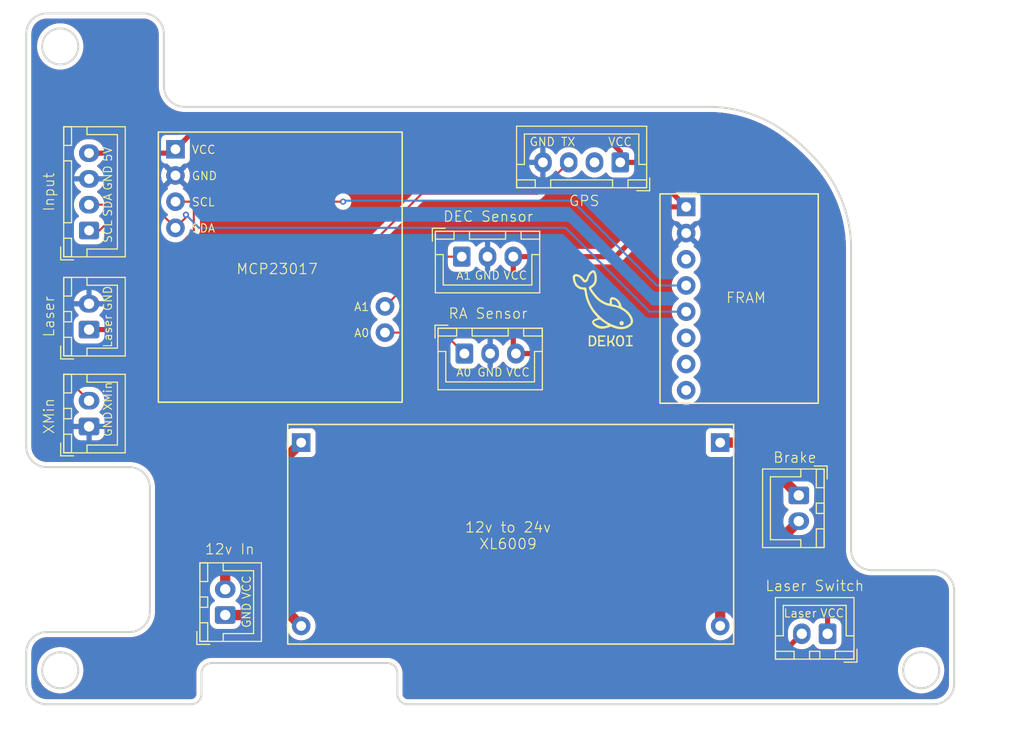
<source format=kicad_pcb>
(kicad_pcb (version 20240108) (generator "pcbnew") (generator_version "8.0")
  (layers (0 "F.Cu" signal) (31 "B.Cu" signal) (34 "B.Paste" user) (35 "F.Paste" user) (36 "B.SilkS" user "B.Silkscreen") (37 "F.SilkS" user "F.Silkscreen") (38 "B.Mask" user) (39 "F.Mask" user) (44 "Edge.Cuts" user))
  (net 0 "")
  (net 1 "+5V")
  (net 2 "GND")
  (net 3 "SDA")
  (net 4 "SCL")
  (net 5 "Net-(Brake1-Pin_1)")
  (net 6 "Net-(Brake1-Pin_2)")
  (net 7 "+12V")
  (net 8 "GND2")
  (net 13 "MCP_A1")
  (net 14 "MCP_A0")
  (net 15 "XMin")
  (net 17 "Net-(Laser1-Pin_1)")
  (footprint "Connector_JST:JST_XH_B3B-XH-A_1x03_P2.50mm_Vertical" (layer "F.Cu") (at 142.574 83.058)
    (property "Reference" "RA_HM1" (hide yes))
    (property "Value" "RA_Home" (hide yes))
  )
  (footprint "Connector_JST:JST_XH_B3B-XH-A_1x03_P2.50mm_Vertical" (layer "F.Cu") (at 142.32 73.66)
    (property "Reference" "DEC_HM1" (hide yes))
    (property "Value" "DEC_Home" (hide yes))
  )
  (footprint "Connector_JST:JST_XH_B2B-XH-A_1x02_P2.50mm_Vertical" (layer "F.Cu") (at 177.8 110.236 180)
    (property "Reference" "Laser_SW1" (hide yes))
    (property "Value" "Conn_01x02" (hide yes))
  )
  (footprint "Connector_JST:JST_XH_B2B-XH-A_1x02_P2.50mm_Vertical" (layer "F.Cu") (at 175.006 96.814 -90)
    (property "Reference" "Brake1" (hide yes))
    (property "Value" "BRK" (hide yes))
  )
  (footprint "DeKoi_Modules:MCP23017_Module" (layer "F.Cu") (at 124.714 74.676)
    (property "Reference" "MCP1" (hide yes))
    (property "Value" "~" (hide yes))
  )
  (footprint "Connector_JST:JST_XH_B2B-XH-A_1x02_P2.50mm_Vertical" (layer "F.Cu") (at 106.172 80.732 90)
    (property "Reference" "Laser1" (hide yes))
    (property "Value" "Conn_01x02" (hide yes))
  )
  (footprint "Connector_JST:JST_XH_B2B-XH-A_1x02_P2.50mm_Vertical" (layer "F.Cu") (at 106.172 90.13 90)
    (property "Reference" "XMin1" (hide yes))
    (property "Value" "XMin" (hide yes))
  )
  (footprint "Connector_JST:JST_XH_B4B-XH-A_1x04_P2.50mm_Vertical" (layer "F.Cu") (at 157.694 64.516 180)
    (property "Reference" "GPS1" (hide yes))
    (property "Value" "Conn_01x04" (hide yes))
  )
  (footprint "Connector_JST:JST_XH_B2B-XH-A_1x02_P2.50mm_Vertical" (layer "F.Cu") (at 119.38 108.418 90)
    (property "Reference" "Input12V1" (hide yes))
    (property "Value" "BRK_PWR_IN" (hide yes))
  )
  (footprint "DeKoi_Modules:FRAM_MB85RC256V" (layer "F.Cu") (at 169.219 77.724 -90)
    (property "Reference" "FRAM1" (hide yes))
    (property "Value" "~" (hide yes))
  )
  (footprint "Connector_JST:JST_XH_B4B-XH-A_1x04_P2.50mm_Vertical" (layer "F.Cu") (at 106.172 71.12 90)
    (property "Reference" "Input1" (hide yes))
    (property "Value" "I2C_pwr" (hide yes))
  )
  (footprint "XL6009E1_Mod:XL6009E1" (layer "F.Cu") (at 147.066 100.584)
    (property "Reference" "DC1" (hide yes))
    (property "Value" "~" (hide yes))
  )
  (gr_poly (pts (xy 158.896953 81.435529) (xy 158.647608 81.435529) (xy 158.647608 82.214039) (xy 158.896953 82.214039) (xy 158.896953 82.356279) (xy 158.497749 82.356279) (xy 158.250099 82.356279) (xy 158.250099 82.214039) (xy 158.497749 82.214039) (xy 158.497749 81.435529) (xy 158.250099 81.435529) (xy 158.250099 81.293289) (xy 158.896953 81.293289)) (stroke (width -0.000001)) (fill solid) (layer "F.SilkS"))
  (gr_poly (pts (xy 157.823416 79.900547) (xy 157.833963 79.901369) (xy 157.855541 79.90441) (xy 157.876117 79.908766) (xy 157.895652 79.914435) (xy 157.905016 79.91776) (xy 157.914105 79.921412) (xy 157.922914 79.92539) (xy 157.931437 79.929693) (xy 157.93967 79.934322) (xy 157.947608 79.939276) (xy 157.955246 79.944554) (xy 157.962578 79.950156) (xy 157.969601 79.956081) (xy 157.976308 79.96233) (xy 157.982696 79.9689) (xy 157.988759 79.975793) (xy 157.994491 79.983007) (xy 157.999889 79.990542) (xy 158.004947 79.998398) (xy 158.009661 80.006574) (xy 158.014024 80.01507) (xy 158.018033 80.023885) (xy 158.021682 80.033019) (xy 158.024967 80.04247) (xy 158.027882 80.05224) (xy 158.030422 80.062327) (xy 158.032583 80.072731) (xy 158.03436 80.083452) (xy 158.035747 80.094488) (xy 158.036739 80.10584) (xy 158.03718 80.116501) (xy 158.037004 80.127043) (xy 158.03623 80.137453) (xy 158.034872 80.147716) (xy 158.032949 80.157817) (xy 158.030475 80.167742) (xy 158.027469 80.177477) (xy 158.023946 80.187007) (xy 158.019924 80.196319) (xy 158.015418 80.205397) (xy 158.010446 80.214227) (xy 158.005024 80.222796) (xy 157.999168 80.231089) (xy 157.992895 80.23909) (xy 157.986222 80.246787) (xy 157.979166 80.254165) (xy 157.971742 80.261209) (xy 157.963968 80.267905) (xy 157.955859 80.274239) (xy 157.947434 80.280196) (xy 157.938707 80.285762) (xy 157.929697 80.290923) (xy 157.920419 80.295664) (xy 157.91089 80.299971) (xy 157.901126 80.30383) (xy 157.891145 80.307226) (xy 157.880963 80.310145) (xy 157.870595 80.312573) (xy 157.86006 80.314495) (xy 157.849373 80.315897) (xy 157.838552 80.316765) (xy 157.827612 80.317084) (xy 157.827612 80.317082) (xy 157.816287 80.316864) (xy 157.805177 80.316138) (xy 157.794293 80.314914) (xy 157.783645 80.3132) (xy 157.773242 80.311009) (xy 157.763095 80.308349) (xy 157.753213 80.305231) (xy 157.743607 80.301664) (xy 157.734286 80.297659) (xy 157.72526 80.293225) (xy 157.716539 80.288373) (xy 157.708133 80.283112) (xy 157.700052 80.277453) (xy 157.692306 80.271406) (xy 157.684905 80.26498) (xy 157.677858 80.258186) (xy 157.671176 80.251034) (xy 157.664869 80.243533) (xy 157.658946 80.235693) (xy 157.653417 80.227525) (xy 157.648293 80.219039) (xy 157.643583 80.210244) (xy 157.639297 80.201151) (xy 157.635445 80.191769) (xy 157.632038 80.182109) (xy 157.629084 80.172181) (xy 157.626594 80.161994) (xy 157.624578 80.151558) (xy 157.623045 80.140885) (xy 157.622006 80.129982) (xy 157.621471 80.118862) (xy 157.621449 80.107533) (xy 157.621962 80.096552) (xy 157.623013 80.085688) (xy 157.624588 80.074959) (xy 157.626674 80.064382) (xy 157.629255 80.053974) (xy 157.632318 80.043753) (xy 157.635848 80.033738) (xy 157.639831 80.023944) (xy 157.644252 80.014391) (xy 157.649098 80.005095) (xy 157.654353 79.996074) (xy 157.660003 79.987347) (xy 157.666035 79.978929) (xy 157.672433 79.97084) (xy 157.679183 79.963096) (xy 157.686272 79.955715) (xy 157.693685 79.948715) (xy 157.701406 79.942113) (xy 157.709423 79.935927) (xy 157.71772 79.930175) (xy 157.726284 79.924874) (xy 157.7351 79.920042) (xy 157.744153 79.915696) (xy 157.75343 79.911854) (xy 157.762916 79.908533) (xy 157.772596 79.905751) (xy 157.782457 79.903527) (xy 157.792483 79.901876) (xy 157.802662 79.900818) (xy 157.812977 79.900369)) (stroke (width -0.000001)) (fill solid) (layer "F.SilkS"))
  (gr_poly (pts (xy 155.098213 74.976354) (xy 155.113264 74.978436) (xy 155.127944 74.981632) (xy 155.142251 74.985939) (xy 155.156181 74.991355) (xy 155.169734 74.997877) (xy 155.182906 75.005503) (xy 155.195696 75.014231) (xy 155.208101 75.024059) (xy 155.220118 75.034984) (xy 155.231747 75.047003) (xy 155.242984 75.060115) (xy 155.253827 75.074317) (xy 155.264275 75.089607) (xy 155.274324 75.105983) (xy 155.283972 75.123441) (xy 155.293218 75.141981) (xy 155.302059 75.161599) (xy 155.310492 75.182293) (xy 155.318516 75.204062) (xy 155.340231 75.270126) (xy 155.359361 75.336572) (xy 155.375941 75.403424) (xy 155.390006 75.470709) (xy 155.401591 75.538449) (xy 155.41073 75.606671) (xy 155.417458 75.675399) (xy 155.42181 75.744658) (xy 155.423187 75.816765) (xy 155.420779 75.887014) (xy 155.414545 75.955373) (xy 155.40444 76.021809) (xy 155.39042 76.086291) (xy 155.372443 76.148786) (xy 155.350465 76.209262) (xy 155.324443 76.267687) (xy 155.294333 76.324028) (xy 155.260091 76.378253) (xy 155.221675 76.43033) (xy 155.179041 76.480226) (xy 155.132146 76.52791) (xy 155.080945 76.57335) (xy 155.025397 76.616512) (xy 154.965456 76.657365) (xy 154.94987 76.667659) (xy 154.935981 76.677649) (xy 154.929675 76.682559) (xy 154.923796 76.687427) (xy 154.918347 76.692266) (xy 154.913327 76.697086) (xy 154.908738 76.701899) (xy 154.904581 76.706716) (xy 154.900857 76.711551) (xy 154.897568 76.716412) (xy 154.894715 76.721314) (xy 154.892298 76.726266) (xy 154.890319 76.731281) (xy 154.88878 76.73637) (xy 154.887681 76.741544) (xy 154.887023 76.746815) (xy 154.886808 76.752195) (xy 154.887036 76.757696) (xy 154.88771 76.763328) (xy 154.888829 76.769103) (xy 154.890396 76.775034) (xy 154.892411 76.78113) (xy 154.894876 76.787405) (xy 154.897792 76.793869) (xy 154.901159 76.800535) (xy 154.90498 76.807413) (xy 154.909255 76.814515) (xy 154.913985 76.821853) (xy 154.919172 76.829438) (xy 154.924816 76.837282) (xy 155.201676 77.206428) (xy 155.262923 77.287223) (xy 155.325913 77.365702) (xy 155.390731 77.441751) (xy 155.457462 77.515257) (xy 155.526193 77.586106) (xy 155.597008 77.654185) (xy 155.669994 77.719381) (xy 155.745236 77.781579) (xy 155.82282 77.840668) (xy 155.90283 77.896532) (xy 155.985354 77.949059) (xy 156.070475 77.998134) (xy 156.158281 78.043646) (xy 156.248856 78.085479) (xy 156.342286 78.123521) (xy 156.438656 78.157658) (xy 156.45076 78.161472) (xy 156.462938 78.164994) (xy 156.475186 78.168247) (xy 156.487498 78.171258) (xy 156.49987 78.17405) (xy 156.512297 78.176649) (xy 156.524772 78.179079) (xy 156.537293 78.181365) (xy 156.585788 78.190037) (xy 156.605378 78.192944) (xy 156.614093 78.193845) (xy 156.622118 78.194303) (xy 156.62948 78.194263) (xy 156.6362 78.193668) (xy 156.642303 78.192463) (xy 156.647813 78.190592) (xy 156.652754 78.187999) (xy 156.657149 78.184629) (xy 156.661023 78.180425) (xy 156.664399 78.175332) (xy 156.667301 78.169294) (xy 156.669754 78.162255) (xy 156.67178 78.15416) (xy 156.673405 78.144952) (xy 156.674651 78.134575) (xy 156.675542 78.122975) (xy 156.676103 78.110094) (xy 156.676358 78.095878) (xy 156.676043 78.063215) (xy 156.674787 78.02454) (xy 156.671593 77.956576) (xy 156.869874 77.956576) (xy 156.871148 77.983065) (xy 156.873588 78.01041) (xy 156.876849 78.03818) (xy 156.880583 78.065941) (xy 156.888083 78.119706) (xy 156.891156 78.144845) (xy 156.893316 78.168243) (xy 156.894958 78.1895) (xy 156.896067 78.200205) (xy 156.897483 78.210827) (xy 156.89929 78.221266) (xy 156.901576 78.23142) (xy 156.904424 78.24119) (xy 156.907921 78.250475) (xy 156.909939 78.254904) (xy 156.912152 78.259175) (xy 156.914569 78.263274) (xy 156.917203 78.267189) (xy 156.920062 78.270907) (xy 156.923159 78.274416) (xy 156.926503 78.277703) (xy 156.930106 78.280757) (xy 156.933978 78.283563) (xy 156.93813 78.28611) (xy 156.942572 78.288385) (xy 156.947315 78.290376) (xy 156.952371 78.29207) (xy 156.957749 78.293454) (xy 156.96346 78.294516) (xy 156.969516 78.295243) (xy 157.001583 78.29884) (xy 157.033666 78.303684) (xy 157.065791 78.30966) (xy 157.097984 78.316654) (xy 157.130272 78.324554) (xy 157.16268 78.333246) (xy 157.227961 78.352551) (xy 157.361112 78.395672) (xy 157.429399 78.417671) (xy 157.499105 78.438753) (xy 157.502232 78.439547) (xy 157.505337 78.440111) (xy 157.508412 78.440451) (xy 157.511452 78.440573) (xy 157.514448 78.440485) (xy 157.517393 78.440194) (xy 157.520281 78.439707) (xy 157.523103 78.43903) (xy 157.525854 78.438171) (xy 157.528526 78.437137) (xy 157.531112 78.435935) (xy 157.533604 78.434571) (xy 157.535996 78.433052) (xy 157.53828 78.431386) (xy 157.54045 78.42958) (xy 157.542497 78.42764) (xy 157.544416 78.425574) (xy 157.546199 78.423388) (xy 157.547838 78.42109) (xy 157.549327 78.418686) (xy 157.550659 78.416183) (xy 157.551825 78.413589) (xy 157.55282 78.41091) (xy 157.553637 78.408153) (xy 157.554267 78.405326) (xy 157.554704 78.402435) (xy 157.55494 78.399488) (xy 157.55497 78.39649) (xy 157.554784 78.39345) (xy 157.554377 78.390374) (xy 157.553741 78.387269) (xy 157.55287 78.384143) (xy 157.541163 78.348957) (xy 157.526589 78.309156) (xy 157.509007 78.265739) (xy 157.488278 78.219704) (xy 157.464262 78.172052) (xy 157.436821 78.123783) (xy 157.405813 78.075895) (xy 157.371101 78.029389) (xy 157.352311 78.006967) (xy 157.332543 77.985264) (xy 157.311779 77.964407) (xy 157.290002 77.944521) (xy 157.267193 77.925729) (xy 157.243336 77.908157) (xy 157.218413 77.891931) (xy 157.192408 77.877174) (xy 157.165301 77.864013) (xy 157.137076 77.852571) (xy 157.107716 77.842974) (xy 157.077202 77.835347) (xy 157.045518 77.829815) (xy 157.012646 77.826502) (xy 156.978569 77.825534) (xy 156.943269 77.827036) (xy 156.943269 77.827459) (xy 156.932487 77.828917) (xy 156.922732 77.83151) (xy 156.913963 77.835182) (xy 156.906136 77.83988) (xy 156.899206 77.845549) (xy 156.893132 77.852137) (xy 156.887869 77.859588) (xy 156.883374 77.867848) (xy 156.879604 77.876863) (xy 156.876516 77.88658) (xy 156.874066 77.896944) (xy 156.872211 77.907901) (xy 156.870908 77.919397) (xy 156.870112 77.931377) (xy 156.869874 77.956576) (xy 156.671593 77.956576) (xy 156.67022 77.927365) (xy 156.669424 77.898028) (xy 156.670034 77.869951) (xy 156.672016 77.84314) (xy 156.67534 77.817602) (xy 156.679974 77.793345) (xy 156.685887 77.770374) (xy 156.693046 77.748696) (xy 156.701421 77.728319) (xy 156.710979 77.709249) (xy 156.72169 77.691493) (xy 156.733522 77.675058) (xy 156.746442 77.65995) (xy 156.76042 77.646178) (xy 156.775425 77.633746) (xy 156.791423 77.622662) (xy 156.808385 77.612934) (xy 156.826278 77.604567) (xy 156.845071 77.597569) (xy 156.864733 77.591946) (xy 156.885231 77.587706) (xy 156.906534 77.584854) (xy 156.928611 77.583399) (xy 156.95143 77.583346) (xy 156.97496 77.584703) (xy 156.999169 77.587476) (xy 157.024025 77.591672) (xy 157.049497 77.597298) (xy 157.075554 77.604361) (xy 157.102163 77.612868) (xy 157.129294 77.622825) (xy 157.156914 77.63424) (xy 157.184993 77.647118) (xy 157.244387 77.677426) (xy 157.301112 77.709934) (xy 157.355148 77.744652) (xy 157.406476 77.781586) (xy 157.455075 77.820745) (xy 157.500925 77.862137) (xy 157.544008 77.905771) (xy 157.584302 77.951653) (xy 157.621789 77.999793) (xy 157.656448 78.050198) (xy 157.688259 78.102877) (xy 157.717203 78.157837) (xy 157.743259 78.215086) (xy 157.766408 78.274633) (xy 157.786631 78.336485) (xy 157.803907 78.400651) (xy 157.808421 78.41805) (xy 157.813412 78.434708) (xy 157.818911 78.450659) (xy 157.824947 78.465937) (xy 157.831552 78.480575) (xy 157.838754 78.494606) (xy 157.846586 78.508065) (xy 157.855077 78.520984) (xy 157.864257 78.533396) (xy 157.874157 78.545337) (xy 157.884808 78.556838) (xy 157.896239 78.567934) (xy 157.908482 78.578658) (xy 157.921566 78.589043) (xy 157.935522 78.599123) (xy 157.95038 78.608931) (xy 158.000526 78.641242) (xy 158.050081 78.674541) (xy 158.099171 78.708624) (xy 158.147918 78.743287) (xy 158.341963 78.883674) (xy 158.50029 79.028878) (xy 158.567737 79.109172) (xy 158.632833 79.190776) (xy 158.664161 79.232268) (xy 158.694496 79.274325) (xy 158.723702 79.317027) (xy 158.751644 79.360453) (xy 158.778188 79.404684) (xy 158.803197 79.449797) (xy 158.826536 79.495872) (xy 158.848072 79.54299) (xy 158.867667 79.591228) (xy 158.885188 79.640667) (xy 158.900498 79.691386) (xy 158.913463 79.743465) (xy 158.920733 79.779419) (xy 158.926457 79.815037) (xy 158.930557 79.850302) (xy 158.932956 79.885195) (xy 158.933577 79.919699) (xy 158.932342 79.953796) (xy 158.929173 79.987467) (xy 158.923993 80.020695) (xy 158.916725 80.053461) (xy 158.907291 80.085748) (xy 158.895613 80.117538) (xy 158.881614 80.148813) (xy 158.865216 80.179554) (xy 158.846342 80.209744) (xy 158.824915 80.239364) (xy 158.800857 80.268398) (xy 158.788514 80.28105) (xy 158.753152 80.31509) (xy 158.727621 80.338292) (xy 158.697272 80.364637) (xy 158.662419 80.393389) (xy 158.623374 80.423814) (xy 158.58045 80.455176) (xy 158.533958 80.486741) (xy 158.509472 80.502369) (xy 158.484212 80.517773) (xy 158.458217 80.532861) (xy 158.431525 80.547539) (xy 158.404175 80.561718) (xy 158.376208 80.575304) (xy 158.347661 80.588205) (xy 158.318574 80.600331) (xy 158.288986 80.611589) (xy 158.258936 80.621887) (xy 158.228463 80.631134) (xy 158.197606 80.639237) (xy 158.197183 80.640085) (xy 158.110944 80.660403) (xy 158.025257 80.675908) (xy 157.940105 80.686767) (xy 157.855474 80.693147) (xy 157.771349 80.695217) (xy 157.687715 80.693142) (xy 157.604557 80.687092) (xy 157.521861 80.677233) (xy 157.439611 80.663732) (xy 157.357792 80.646758) (xy 157.276391 80.626477) (xy 157.195391 80.603057) (xy 157.114778 80.576665) (xy 157.034538 80.54747) (xy 156.954654 80.515637) (xy 156.875113 80.481335) (xy 156.860418 80.475145) (xy 156.846139 80.469896) (xy 156.832215 80.465566) (xy 156.818585 80.462133) (xy 156.805188 80.459576) (xy 156.791963 80.457873) (xy 156.77885 80.457001) (xy 156.765787 80.456941) (xy 156.752715 80.457669) (xy 156.739572 80.459164) (xy 156.726297 80.461404) (xy 156.712831 80.464369) (xy 156.699111 80.468035) (xy 156.685078 80.472381) (xy 156.670669 80.477386) (xy 156.655826 80.483028) (xy 156.548204 80.523684) (xy 156.442609 80.559495) (xy 156.338955 80.590049) (xy 156.237156 80.614936) (xy 156.137126 80.633747) (xy 156.038777 80.64607) (xy 155.942025 80.651494) (xy 155.846783 80.64961) (xy 155.752965 80.640007) (xy 155.660484 80.622274) (xy 155.614719 80.61023) (xy 155.569255 80.596) (xy 155.524083 80.579533) (xy 155.479191 80.560776) (xy 155.434569 80.539679) (xy 155.390206 80.516191) (xy 155.346091 80.490259) (xy 155.302214 80.461834) (xy 155.258563 80.430862) (xy 155.215128 80.397294) (xy 155.171898 80.361078) (xy 155.128863 80.322162) (xy 155.084107 80.277393) (xy 155.046885 80.234278) (xy 155.016796 80.192802) (xy 154.993439 80.15295) (xy 154.976414 80.114706) (xy 154.965319 80.078055) (xy 154.959754 80.042981) (xy 154.959318 80.009471) (xy 154.961139 79.995908) (xy 155.129893 79.995908) (xy 155.130185 79.999871) (xy 155.130842 80.003907) (xy 155.131856 80.00802) (xy 155.133222 80.012214) (xy 155.134932 80.016492) (xy 155.13698 80.02086) (xy 155.139359 80.025319) (xy 155.142063 80.029875) (xy 155.145084 80.034531) (xy 155.148416 80.03929) (xy 155.152052 80.044157) (xy 155.155985 80.049135) (xy 155.160209 80.054228) (xy 155.169502 80.064775) (xy 155.200458 80.097213) (xy 155.232794 80.128161) (xy 155.266441 80.157601) (xy 155.301328 80.185521) (xy 155.337385 80.211904) (xy 155.374542 80.236735) (xy 155.412728 80.259999) (xy 155.451872 80.28168) (xy 155.491906 80.301765) (xy 155.532757 80.320236) (xy 155.616634 80.352281) (xy 155.702941 80.377693) (xy 155.791114 80.396351) (xy 155.880593 80.408133) (xy 155.970814 80.412917) (xy 156.016027 80.412647) (xy 156.061214 80.410583) (xy 156.106306 80.406708) (xy 156.151232 80.401008) (xy 156.195922 80.393467) (xy 156.240305 80.384071) (xy 156.284311 80.372804) (xy 156.32787 80.35965) (xy 156.370912 80.344596) (xy 156.413366 80.327624) (xy 156.455162 80.308722) (xy 156.496228 80.287872) (xy 156.322384 80.179321) (xy 156.236985 80.124363) (xy 156.152588 80.068745) (xy 156.069183 80.012313) (xy 155.986761 79.954914) (xy 155.90531 79.896394) (xy 155.824822 79.836599) (xy 155.813296 79.827857) (xy 155.799204 79.817463) (xy 155.783277 79.806305) (xy 155.774853 79.800717) (xy 155.766244 79.795271) (xy 155.75754 79.790078) (xy 155.748833 79.785249) (xy 155.740215 79.780895) (xy 155.731775 79.777127) (xy 155.723606 79.774056) (xy 155.719651 79.772817) (xy 155.715798 79.771793) (xy 155.712059 79.770999) (xy 155.708443 79.770449) (xy 155.704964 79.770157) (xy 155.701632 79.770135) (xy 155.667025 79.77198) (xy 155.633015 79.775529) (xy 155.599545 79.780661) (xy 155.566556 79.787254) (xy 155.533991 79.795186) (xy 155.501793 79.804336) (xy 155.469904 79.814582) (xy 155.438266 79.825804) (xy 155.406821 79.837878) (xy 155.375513 79.850684) (xy 155.313072 79.878006) (xy 155.187282 79.936082) (xy 155.180341 79.939379) (xy 155.173879 79.942685) (xy 155.167889 79.946004) (xy 155.162366 79.949338) (xy 155.157302 79.952693) (xy 155.15269 79.956072) (xy 155.148524 79.959479) (xy 155.144797 79.962917) (xy 155.141502 79.966391) (xy 155.138632 79.969904) (xy 155.136182 79.973459) (xy 155.134143 79.977062) (xy 155.13251 79.980715) (xy 155.131275 79.984422) (xy 155.130431 79.988187) (xy 155.129973 79.992015) (xy 155.129893 79.995908) (xy 154.961139 79.995908) (xy 154.963609 79.977507) (xy 154.972228 79.947075) (xy 154.984772 79.91816) (xy 155.000841 79.890746) (xy 155.020034 79.864819) (xy 155.041951 79.840362) (xy 155.06619 79.817361) (xy 155.09235 79.7958) (xy 155.120031 79.775664) (xy 155.148832 79.756938) (xy 155.208188 79.723654) (xy 155.267212 79.695826) (xy 155.322697 79.673331) (xy 155.410218 79.643854) (xy 155.445093 79.634245) (xy 155.450819 79.632693) (xy 155.45602 79.630749) (xy 155.460711 79.628433) (xy 155.464904 79.625764) (xy 155.468613 79.622762) (xy 155.471852 79.619446) (xy 155.474635 79.615837) (xy 155.476975 79.611954) (xy 155.478886 79.607817) (xy 155.480382 79.603445) (xy 155.481476 79.598858) (xy 155.482181 79.594077) (xy 155.482512 79.589119) (xy 155.482482 79.584006) (xy 155.482105 79.578757) (xy 155.481394 79.573391) (xy 155.480363 79.567929) (xy 155.479026 79.562389) (xy 155.477396 79.556792) (xy 155.475487 79.551158) (xy 155.473313 79.545505) (xy 155.470887 79.539854) (xy 155.468222 79.534225) (xy 155.465334 79.528637) (xy 155.462234 79.523109) (xy 155.458937 79.517662) (xy 155.455457 79.512315) (xy 155.451807 79.507088) (xy 155.448 79.502) (xy 155.444051 79.497072) (xy 155.439973 79.492322) (xy 155.43578 79.487771) (xy 155.219033 79.260018) (xy 155.03065 79.028454) (xy 154.965481 78.932817) (xy 154.902424 78.836222) (xy 154.841558 78.738637) (xy 154.78296 78.640026) (xy 154.726708 78.540357) (xy 154.672882 78.439594) (xy 154.621558 78.337703) (xy 154.572815 78.234652) (xy 154.526731 78.130404) (xy 154.483384 78.024927) (xy 154.442852 77.918186) (xy 154.405214 77.810148) (xy 154.370548 77.700777) (xy 154.338931 77.59004) (xy 154.310442 77.477903) (xy 154.28516 77.364331) (xy 154.279901 77.336001) (xy 154.275572 77.307138) (xy 154.268861 77.248331) (xy 154.257325 77.130069) (xy 154.253604 77.101132) (xy 154.249127 77.072707) (xy 154.243682 77.044926) (xy 154.237058 77.017919) (xy 154.229046 76.991818) (xy 154.219434 76.966753) (xy 154.208011 76.942855) (xy 154.194566 76.920255) (xy 154.18716 76.910011) (xy 154.179092 76.900679) (xy 154.170393 76.89221) (xy 154.161097 76.884556) (xy 154.151235 76.877668) (xy 154.140839 76.871499) (xy 154.129943 76.865999) (xy 154.118578 76.861121) (xy 154.106776 76.856815) (xy 154.09457 76.853034) (xy 154.069074 76.846853) (xy 154.042348 76.84219) (xy 154.01465 76.838657) (xy 153.899291 76.828101) (xy 153.870601 76.82442) (xy 153.842485 76.819548) (xy 153.815203 76.813099) (xy 153.801956 76.809161) (xy 153.789013 76.804685) (xy 153.748556 76.788769) (xy 153.709635 76.771754) (xy 153.672218 76.753662) (xy 153.636272 76.734516) (xy 153.601767 76.714338) (xy 153.568669 76.69315) (xy 153.536948 76.670974) (xy 153.50657 76.647833) (xy 153.477505 76.623749) (xy 153.44972 76.598743) (xy 153.423183 76.572839) (xy 153.397863 76.546059) (xy 153.373727 76.518424) (xy 153.350744 76.489957) (xy 153.328881 76.460681) (xy 153.308106 76.430617) (xy 153.288389 76.399788) (xy 153.269696 76.368216) (xy 153.235257 76.302931) (xy 153.204533 76.234942) (xy 153.17727 76.164426) (xy 153.153211 76.091561) (xy 153.132102 76.016525) (xy 153.113687 75.939496) (xy 153.09771 75.860651) (xy 153.093952 75.839323) (xy 153.090586 75.817895) (xy 153.087567 75.796388) (xy 153.084851 75.774821) (xy 153.080148 75.731588) (xy 153.076972 75.697508) (xy 153.304693 75.697508) (xy 153.304932 75.712991) (xy 153.306906 75.746899) (xy 153.31071 75.784802) (xy 153.31615 75.826786) (xy 153.330667 75.9137) (xy 153.349139 75.995566) (xy 153.371574 76.072435) (xy 153.397979 76.144358) (xy 153.428359 76.211388) (xy 153.462723 76.273575) (xy 153.481401 76.302869) (xy 153.501077 76.330971) (xy 153.521752 76.357889) (xy 153.543427 76.383628) (xy 153.566103 76.408195) (xy 153.58978 76.431596) (xy 153.614461 76.453838) (xy 153.640144 76.474928) (xy 153.666832 76.494871) (xy 153.694525 76.513675) (xy 153.723225 76.531345) (xy 153.75293 76.547888) (xy 153.815366 76.577618) (xy 153.88184 76.602918) (xy 153.952357 76.623839) (xy 154.026926 76.640432) (xy 154.038681 76.64231) (xy 154.05067 76.643618) (xy 154.075251 76.644761) (xy 154.100464 76.644343) (xy 154.126105 76.64284) (xy 154.177853 76.638497) (xy 154.20355 76.636615) (xy 154.228856 76.635564) (xy 154.253567 76.635822) (xy 154.277479 76.637869) (xy 154.28907 76.639713) (xy 154.300385 76.642183) (xy 154.311398 76.64534) (xy 154.322082 76.649243) (xy 154.332414 76.653952) (xy 154.342366 76.659527) (xy 154.351913 76.666028) (xy 154.361031 76.673515) (xy 154.369692 76.682047) (xy 154.377872 76.691685) (xy 154.385546 76.702488) (xy 154.392686 76.714515) (xy 154.402921 76.735343) (xy 154.41166 76.756974) (xy 154.419055 76.779327) (xy 154.425257 76.802324) (xy 154.430416 76.825884) (xy 154.434686 76.849927) (xy 154.438216 76.874373) (xy 154.441158 76.899142) (xy 154.445884 76.949329) (xy 154.450075 76.999849) (xy 154.45494 77.050061) (xy 154.458003 77.074852) (xy 154.46169 77.099326) (xy 154.503457 77.332821) (xy 154.556511 77.553226) (xy 154.618922 77.760267) (xy 154.688762 77.953672) (xy 154.764101 78.133169) (xy 154.84301 78.298486) (xy 154.923559 78.44935) (xy 155.003821 78.58549) (xy 155.081865 78.706633) (xy 155.155762 78.812507) (xy 155.283399 78.977358) (xy 155.40403 79.111852) (xy 155.403606 79.111429) (xy 155.511631 79.232812) (xy 155.622549 79.349702) (xy 155.736426 79.461972) (xy 155.853325 79.569496) (xy 155.973312 79.672145) (xy 156.096453 79.769793) (xy 156.222812 79.862312) (xy 156.352455 79.949576) (xy 156.485446 80.031458) (xy 156.621851 80.107829) (xy 156.761735 80.178564) (xy 156.905162 80.243535) (xy 157.052199 80.302615) (xy 157.20291 80.355676) (xy 157.357361 80.402592) (xy 157.515616 80.443236) (xy 157.575969 80.455773) (xy 157.636194 80.465148) (xy 157.696251 80.471393) (xy 157.756102 80.474543) (xy 157.815707 80.474629) (xy 157.875028 80.471684) (xy 157.934025 80.465742) (xy 157.992659 80.456835) (xy 158.050892 80.444997) (xy 158.108683 80.430259) (xy 158.165995 80.412655) (xy 158.222788 80.392218) (xy 158.279022 80.36898) (xy 158.334659 80.342975) (xy 158.38966 80.314235) (xy 158.443986 80.282793) (xy 158.468842 80.267303) (xy 158.492455 80.251777) (xy 158.514829 80.236191) (xy 158.535969 80.220522) (xy 158.555879 80.20475) (xy 158.574563 80.18885) (xy 158.592026 80.172801) (xy 158.608272 80.15658) (xy 158.623306 80.140165) (xy 158.637132 80.123534) (xy 158.649755 80.106664) (xy 158.661178 80.089532) (xy 158.671407 80.072117) (xy 158.680445 80.054396) (xy 158.688298 80.036346) (xy 158.69497 80.017945) (xy 158.700464 79.999171) (xy 158.704786 79.980001) (xy 158.707939 79.960413) (xy 158.709929 79.940385) (xy 158.71076 79.919893) (xy 158.710436 79.898917) (xy 158.708961 79.877432) (xy 158.70634 79.855418) (xy 158.702578 79.832851) (xy 158.697678 79.809709) (xy 158.691646 79.78597) (xy 158.684485 79.761611) (xy 158.6762 79.736609) (xy 158.666796 79.710944) (xy 158.656276 79.684591) (xy 158.644646 79.657529) (xy 158.602602 79.569861) (xy 158.556442 79.486452) (xy 158.506343 79.407134) (xy 158.452486 79.331741) (xy 158.39505 79.260106) (xy 158.334213 79.192062) (xy 158.270156 79.127442) (xy 158.203057 79.06608) (xy 158.133095 79.007808) (xy 158.06045 78.95246) (xy 157.985302 78.899869) (xy 157.907828 78.849869) (xy 157.828209 78.802292) (xy 157.746623 78.756971) (xy 157.66325 78.71374) (xy 157.578269 78.672432) (xy 157.515074 78.644367) (xy 157.45111 78.619201) (xy 157.386449 78.596657) (xy 157.321167 78.576461) (xy 157.255337 78.558336) (xy 157.189032 78.542007) (xy 157.055294 78.513629) (xy 156.920544 78.489122) (xy 156.785373 78.466276) (xy 156.65037 78.442884) (xy 156.516126 78.416739) (xy 156.20032 78.310482) (xy 156.147192 78.285188) (xy 156.120667 78.272739) (xy 156.094063 78.260529) (xy 155.979595 78.203569) (xy 155.869612 78.141045) (xy 155.763968 78.073324) (xy 155.662514 78.000774) (xy 155.565104 77.923765) (xy 155.471589 77.842664) (xy 155.381823 77.75784) (xy 155.295656 77.669662) (xy 155.212943 77.578496) (xy 155.133535 77.484713) (xy 155.057284 77.38868) (xy 154.984043 77.290765) (xy 154.913665 77.191337) (xy 154.846002 77.090765) (xy 154.780906 76.989416) (xy 154.71823 76.887659) (xy 154.706922 76.868292) (xy 154.69619 76.848613) (xy 154.686053 76.828626) (xy 154.676531 76.808337) (xy 154.667645 76.78775) (xy 154.659413 76.76687) (xy 154.651856 76.745703) (xy 154.644993 76.724252) (xy 154.640815 76.709443) (xy 154.637447 76.695132) (xy 154.635061 76.681252) (xy 154.634292 76.674453) (xy 154.633834 76.667737) (xy 154.633709 76.661096) (xy 154.633939 76.65452) (xy 154.634545 76.648002) (xy 154.63555 76.641534) (xy 154.636975 76.635106) (xy 154.638841 76.628711) (xy 154.641172 76.62234) (xy 154.643988 76.615985) (xy 154.647311 76.609637) (xy 154.651163 76.603289) (xy 154.655566 76.596931) (xy 154.660541 76.590555) (xy 154.666111 76.584153) (xy 154.672297 76.577717) (xy 154.679121 76.571239) (xy 154.686605 76.564709) (xy 154.694771 76.558119) (xy 154.703639 76.551462) (xy 154.713233 76.544728) (xy 154.723573 76.53791) (xy 154.734683 76.530998) (xy 154.746582 76.523985) (xy 154.759294 76.516863) (xy 154.77284 76.509622) (xy 154.802046 76.493834) (xy 154.83014 76.47758) (xy 154.85713 76.460853) (xy 154.883024 76.443647) (xy 154.907831 76.425953) (xy 154.931559 76.407766) (xy 154.954218 76.389078) (xy 154.975815 76.369883) (xy 154.996359 76.350172) (xy 155.015858 76.32994) (xy 155.034322 76.30918) (xy 155.051758 76.287883) (xy 155.068176 76.266044) (xy 155.083583 76.243656) (xy 155.097988 76.220711) (xy 155.1114 76.197202) (xy 155.123828 76.173123) (xy 155.135279 76.148467) (xy 155.145762 76.123226) (xy 155.155286 76.097393) (xy 155.16386 76.070962) (xy 155.171491 76.043926) (xy 155.178189 76.016278) (xy 155.183962 75.98801) (xy 155.188819 75.959115) (xy 155.192767 75.929588) (xy 155.195816 75.89942) (xy 155.197974 75.868605) (xy 155.199249 75.837135) (xy 155.199651 75.805005) (xy 155.197866 75.738732) (xy 155.193342 75.626503) (xy 155.190395 75.568525) (xy 155.185801 75.510503) (xy 155.182608 75.481756) (xy 155.178667 75.453334) (xy 155.173869 75.42535) (xy 155.168101 75.397916) (xy 155.161251 75.371144) (xy 155.153208 75.345147) (xy 155.14386 75.320037) (xy 155.133096 75.295926) (xy 155.127404 75.284578) (xy 155.121828 75.274098) (xy 155.116354 75.264466) (xy 155.110971 75.255665) (xy 155.105665 75.247676) (xy 155.100424 75.240481) (xy 155.095234 75.234061) (xy 155.090082 75.228398) (xy 155.084955 75.223473) (xy 155.079841 75.219269) (xy 155.074727 75.215766) (xy 155.069599 75.212947) (xy 155.064445 75.210793) (xy 155.059251 75.209285) (xy 155.054005 75.208406) (xy 155.048694 75.208137) (xy 155.043305 75.20846) (xy 155.037825 75.209355) (xy 155.032241 75.210806) (xy 155.02654 75.212793) (xy 155.020708 75.215298) (xy 155.014734 75.218303) (xy 155.008605 75.221789) (xy 155.002306 75.225739) (xy 154.989151 75.234953) (xy 154.975166 75.245798) (xy 154.960246 75.258128) (xy 154.94429 75.271796) (xy 154.910352 75.302554) (xy 154.878052 75.334328) (xy 154.847361 75.367092) (xy 154.818249 75.40082) (xy 154.790687 75.435485) (xy 154.764647 75.471062) (xy 154.740098 75.507524) (xy 154.717013 75.544846) (xy 154.695361 75.583001) (xy 154.675113 75.621964) (xy 154.656241 75.661708) (xy 154.638716 75.702207) (xy 154.622507 75.743435) (xy 154.607587 75.785367) (xy 154.593925 75.827976) (xy 154.581493 75.871236) (xy 154.573775 75.897988) (xy 154.565328 75.923901) (xy 154.556068 75.948902) (xy 154.545913 75.972915) (xy 154.534778 75.995867) (xy 154.522579 76.017683) (xy 154.509234 76.038288) (xy 154.494657 76.057608) (xy 154.478765 76.075569) (xy 154.470301 76.084017) (xy 154.461476 76.092097) (xy 154.45228 76.0998) (xy 154.442704 76.107116) (xy 154.432736 76.114037) (xy 154.422366 76.120553) (xy 154.411584 76.126654) (xy 154.400379 76.132332) (xy 154.388741 76.137578) (xy 154.376658 76.142381) (xy 154.364122 76.146732) (xy 154.351121 76.150623) (xy 154.337645 76.154044) (xy 154.323683 76.156986) (xy 154.309777 76.159291) (xy 154.296153 76.160901) (xy 154.282808 76.161834) (xy 154.269736 76.16211) (xy 154.256933 76.161747) (xy 154.244393 76.160765) (xy 154.232112 76.159183) (xy 154.220085 76.157019) (xy 154.208308 76.154293) (xy 154.196775 76.151023) (xy 154.185482 76.147229) (xy 154.174423 76.142929) (xy 154.163595 76.138143) (xy 154.152992 76.132889) (xy 154.132442 76.121055) (xy 154.112736 76.107579) (xy 154.093834 76.092613) (xy 154.0757 76.076309) (xy 154.058293 76.058819) (xy 154.041575 76.040294) (xy 154.025509 76.020887) (xy 154.010056 76.000749) (xy 153.995176 75.980032) (xy 153.972172 75.947657) (xy 153.948682 75.915855) (xy 153.924644 75.884744) (xy 153.899999 75.854441) (xy 153.874687 75.825064) (xy 153.848648 75.796728) (xy 153.821821 75.769553) (xy 153.794146 75.743654) (xy 153.765563 75.719149) (xy 153.736013 75.696155) (xy 153.705434 75.67479) (xy 153.673767 75.65517) (xy 153.640952 75.637414) (xy 153.606928 75.621637) (xy 153.571635 75.607957) (xy 153.535013 75.596492) (xy 153.495357 75.586312) (xy 153.46008 75.579006) (xy 153.444022 75.576458) (xy 153.428984 75.57466) (xy 153.414944 75.573624) (xy 153.401875 75.573361) (xy 153.389754 75.573881) (xy 153.378556 75.575195) (xy 153.368256 75.577314) (xy 153.35883 75.580248) (xy 153.350254 75.584008) (xy 153.342504 75.588606) (xy 153.335553 75.594051) (xy 153.329379 75.600355) (xy 153.323956 75.607529) (xy 153.319261 75.615582) (xy 153.315268 75.624527) (xy 153.311953 75.634373) (xy 153.309292 75.645132) (xy 153.307259 75.656814) (xy 153.305832 75.66943) (xy 153.304984 75.682991) (xy 153.304693 75.697508) (xy 153.076972 75.697508) (xy 153.07612 75.688355) (xy 153.075011 75.669744) (xy 153.075074 75.651321) (xy 153.076272 75.633117) (xy 153.07857 75.615166) (xy 153.081929 75.597501) (xy 153.086315 75.580155) (xy 153.091691 75.563161) (xy 153.098021 75.546551) (xy 153.105267 75.53036) (xy 153.113394 75.51462) (xy 153.122366 75.499363) (xy 153.132146 75.484624) (xy 153.142698 75.470435) (xy 153.153985 75.456829) (xy 153.165971 75.443838) (xy 153.178619 75.431497) (xy 153.191894 75.419839) (xy 153.205759 75.408895) (xy 153.220178 75.398699) (xy 153.235114 75.389285) (xy 153.25053 75.380685) (xy 153.266392 75.372932) (xy 153.282661 75.366059) (xy 153.299302 75.3601) (xy 153.316279 75.355086) (xy 153.333555 75.351053) (xy 153.351094 75.348031) (xy 153.368859 75.346055) (xy 153.386814 75.345157) (xy 153.404923 75.345371) (xy 153.423149 75.346729) (xy 153.441456 75.349265) (xy 153.498197 75.360393) (xy 153.552915 75.373938) (xy 153.605711 75.389905) (xy 153.656688 75.4083) (xy 153.705946 75.429128) (xy 153.753586 75.452395) (xy 153.799709 75.478107) (xy 153.844417 75.506269) (xy 153.887809 75.536886) (xy 153.929989 75.569965) (xy 153.971055 75.60551) (xy 154.011111 75.643528) (xy 154.050256 75.684024) (xy 154.088592 75.727003) (xy 154.126219 75.772472) (xy 154.16324 75.820435) (xy 154.175943 75.838225) (xy 154.188904 75.856868) (xy 154.195599 75.866156) (xy 154.2025 75.875233) (xy 154.209655 75.883958) (xy 154.217109 75.89219) (xy 154.22491 75.899786) (xy 154.228956 75.903302) (xy 154.233106 75.906606) (xy 154.237367 75.909681) (xy 154.241744 75.912509) (xy 154.246243 75.915071) (xy 154.25087 75.917352) (xy 154.255631 75.919332) (xy 154.260531 75.920994) (xy 154.265578 75.922321) (xy 154.270776 75.923295) (xy 154.276132 75.923898) (xy 154.281651 75.924112) (xy 154.287339 75.923921) (xy 154.293203 75.923305) (xy 154.299812 75.92207) (xy 154.306302 75.920214) (xy 154.312671 75.917769) (xy 154.318916 75.91477) (xy 154.325036 75.911248) (xy 154.331029 75.907238) (xy 154.336891 75.902773) (xy 154.34262 75.897885) (xy 154.348216 75.892609) (xy 154.353674 75.886977) (xy 154.358994 75.881023) (xy 154.364172 75.87478) (xy 154.374095 75.861559) (xy 154.383426 75.847581) (xy 154.392147 75.833112) (xy 154.400239 75.818418) (xy 154.407686 75.803765) (xy 154.414468 75.789419) (xy 154.420568 75.775646) (xy 154.425968 75.762712) (xy 154.434596 75.740425) (xy 154.472482 75.635994) (xy 154.509559 75.53696) (xy 154.528658 75.489443) (xy 154.548591 75.443245) (xy 154.569703 75.398357) (xy 154.592341 75.354768) (xy 154.616848 75.31247) (xy 154.643572 75.271451) (xy 154.672856 75.231702) (xy 154.705047 75.193214) (xy 154.740489 75.155975) (xy 154.779529 75.119977) (xy 154.822512 75.085209) (xy 154.869783 75.051662) (xy 154.889456 75.039058) (xy 154.908788 75.027598) (xy 154.927775 75.017279) (xy 154.946415 75.0081) (xy 154.964707 75.000057) (xy 154.982648 74.993148) (xy 155.000235 74.987371) (xy 155.017467 74.982724) (xy 155.034341 74.979205) (xy 155.050854 74.97681) (xy 155.067006 74.975539) (xy 155.082793 74.975387)) (stroke (width -0.000001)) (fill solid) (layer "F.SilkS"))
  (gr_poly (pts (xy 157.016506 82.356279) (xy 157.016082 82.356278) (xy 157.016506 82.356278)) (stroke (width -0.000001)) (fill solid) (layer "F.SilkS"))
  (gr_poly (pts (xy 156.252813 81.435529) (xy 155.699093 81.435529) (xy 155.699093 81.753029) (xy 156.118193 81.753029) (xy 156.118193 81.895269) (xy 155.699093 81.895269) (xy 155.699093 82.214039) (xy 156.252813 82.214039) (xy 156.252813 82.356279) (xy 155.699093 82.356279) (xy 155.549233 82.356279) (xy 155.549233 82.214039) (xy 155.549233 81.293289) (xy 155.699093 81.293289) (xy 156.252813 81.293289)) (stroke (width -0.000001)) (fill solid) (layer "F.SilkS"))
  (gr_poly (pts (xy 157.699356 81.27859) (xy 157.722734 81.280212) (xy 157.745344 81.282916) (xy 157.767189 81.286702) (xy 157.788266 81.291569) (xy 157.808578 81.297519) (xy 157.828123 81.30455) (xy 157.846901 81.312663) (xy 157.864913 81.321859) (xy 157.882158 81.332136) (xy 157.898637 81.343496) (xy 157.91435 81.355938) (xy 157.929296 81.369463) (xy 157.943475 81.38407) (xy 157.956889 81.39976) (xy 157.969535 81.416532) (xy 157.981415 81.434387) (xy 157.992529 81.453325) (xy 158.002876 81.473346) (xy 158.012457 81.494449) (xy 158.021272 81.516636) (xy 158.029319 81.539906) (xy 158.036601 81.564259) (xy 158.043116 81.589695) (xy 158.048864 81.616215) (xy 158.053846 81.643818) (xy 158.058062 81.672504) (xy 158.061511 81.702274) (xy 158.064193 81.733128) (xy 158.06611 81.765066) (xy 158.067259 81.798087) (xy 158.067642 81.832192) (xy 158.06611 81.899147) (xy 158.061511 81.961455) (xy 158.053846 82.01916) (xy 158.043116 82.072308) (xy 158.029319 82.120944) (xy 158.021272 82.143584) (xy 158.012457 82.165113) (xy 158.002876 82.185537) (xy 157.992529 82.204861) (xy 157.981415 82.223091) (xy 157.969535 82.240232) (xy 157.956889 82.256291) (xy 157.943475 82.271273) (xy 157.929296 82.285183) (xy 157.91435 82.298028) (xy 157.898637 82.309813) (xy 157.882158 82.320543) (xy 157.864913 82.330224) (xy 157.846901 82.338862) (xy 157.828123 82.346463) (xy 157.808578 82.353032) (xy 157.788266 82.358575) (xy 157.767189 82.363097) (xy 157.745344 82.366605) (xy 157.722734 82.369103) (xy 157.675213 82.371095) (xy 157.651069 82.370569) (xy 157.627692 82.368992) (xy 157.605081 82.366362) (xy 157.583237 82.362681) (xy 157.562159 82.357947) (xy 157.541848 82.352162) (xy 157.522303 82.345324) (xy 157.503525 82.337434) (xy 157.485513 82.328491) (xy 157.468267 82.318496) (xy 157.451788 82.307449) (xy 157.436076 82.295349) (xy 157.421129 82.282197) (xy 157.40695 82.267991) (xy 157.393537 82.252733) (xy 157.38089 82.236422) (xy 157.36901 82.219059) (xy 157.357896 82.200642) (xy 157.347549 82.181171) (xy 157.337968 82.160648) (xy 157.329154 82.139072) (xy 157.321106 82.116442) (xy 157.313824 82.092759) (xy 157.307309 82.068022) (xy 157.301561 82.042231) (xy 157.296579 82.015387) (xy 157.292363 81.98749) (xy 157.288914 81.958538) (xy 157.286231 81.928533) (xy 157.284315 81.897473) (xy 157.283165 81.86536) (xy 157.282782 81.832192) (xy 157.440263 81.832192) (xy 157.44118 81.882394) (xy 157.443934 81.929047) (xy 157.448523 81.972194) (xy 157.454947 82.011877) (xy 157.463207 82.04814) (xy 157.473303 82.081025) (xy 157.485234 82.110575) (xy 157.499 82.136833) (xy 157.506572 82.148741) (xy 157.514602 82.159842) (xy 157.523092 82.170141) (xy 157.53204 82.179644) (xy 157.541447 82.188355) (xy 157.551313 82.196282) (xy 157.561638 82.203427) (xy 157.572422 82.209799) (xy 157.583665 82.2154) (xy 157.595366 82.220237) (xy 157.607527 82.224316) (xy 157.620146 82.22764) (xy 157.633225 82.230217) (xy 157.646762 82.232051) (xy 157.675213 82.233512) (xy 157.689668 82.23312) (xy 157.703664 82.231944) (xy 157.717201 82.229985) (xy 157.730279 82.227241) (xy 157.742898 82.223714) (xy 157.755059 82.219403) (xy 157.766761 82.214308) (xy 157.778003 82.208429) (xy 157.788787 82.201767) (xy 157.799112 82.19432) (xy 157.808978 82.18609) (xy 157.818385 82.177076) (xy 157.827334 82.167278) (xy 157.835823 82.156697) (xy 157.843854 82.145331) (xy 157.851425 82.133182) (xy 157.858538 82.120249) (xy 157.865192 82.106532) (xy 157.871387 82.092031) (xy 157.877123 82.076746) (xy 157.8824 82.060678) (xy 157.887218 82.043826) (xy 157.891578 82.026189) (xy 157.895478 82.007769) (xy 157.89892 81.988566) (xy 157.901903 81.968578) (xy 157.904427 81.947807) (xy 157.906492 81.926251) (xy 157.908098 81.903912) (xy 157.909245 81.880789) (xy 157.909933 81.856883) (xy 157.910163 81.832192) (xy 157.909245 81.783428) (xy 157.906492 81.737496) (xy 157.901903 81.694439) (xy 157.895478 81.6543) (xy 157.887218 81.617122) (xy 157.877123 81.58295) (xy 157.865192 81.551826) (xy 157.851425 81.523794) (xy 157.835823 81.498897) (xy 157.827334 81.487638) (xy 157.818385 81.477179) (xy 157.808978 81.467526) (xy 157.799112 81.458684) (xy 157.788787 81.450658) (xy 157.778003 81.443453) (xy 157.766761 81.437076) (xy 157.755059 81.431532) (xy 157.742898 81.426826) (xy 157.730279 81.422963) (xy 157.717201 81.419949) (xy 157.703664 81.41779) (xy 157.689668 81.41649) (xy 157.675213 81.416056) (xy 157.660758 81.416462) (xy 157.646762 81.417683) (xy 157.633225 81.419716) (xy 157.620146 81.422564) (xy 157.607527 81.426224) (xy 157.595366 81.430698) (xy 157.583665 81.435984) (xy 157.572422 81.442084) (xy 157.561638 81.448997) (xy 157.551313 81.456722) (xy 157.541447 81.465261) (xy 157.53204 81.474612) (xy 157.523092 81.484776) (xy 157.514602 81.495752) (xy 157.506572 81.507541) (xy 157.499 81.520143) (xy 157.491887 81.533556) (xy 157.485234 81.547782) (xy 157.479039 81.562821) (xy 157.473303 81.578671) (xy 157.468025 81.595333) (xy 157.463207 81.612808) (xy 157.458848 81.631094) (xy 157.454947 81.650192) (xy 157.451505 81.670102) (xy 157.448523 81.690823) (xy 157.445999 81.712356) (xy 157.443934 81.734701) (xy 157.442328 81.757857) (xy 157.44118 81.781824) (xy 157.440492 81.806602) (xy 157.440263 81.832192) (xy 157.282782 81.832192) (xy 157.284315 81.76674) (xy 157.288914 81.705191) (xy 157.296579 81.64759) (xy 157.307309 81.593981) (xy 157.321105 81.544408) (xy 157.337968 81.498914) (xy 157.347549 81.477711) (xy 157.357896 81.457544) (xy 157.36901 81.438419) (xy 157.38089 81.420342) (xy 157.393536 81.403318) (xy 157.40695 81.387352) (xy 157.421129 81.37245) (xy 157.436075 81.358617) (xy 157.451788 81.34586) (xy 157.468267 81.334183) (xy 157.485512 81.323592) (xy 157.503524 81.314092) (xy 157.522303 81.305689) (xy 157.541848 81.298389) (xy 157.562159 81.292197) (xy 157.583237 81.287118) (xy 157.605081 81.283159) (xy 157.627692 81.280324) (xy 157.651069 81.278619) (xy 157.675213 81.278049)) (stroke (width -0.000001)) (fill solid) (layer "F.SilkS"))
  (gr_poly (pts (xy 154.923415 81.293822) (xy 154.952391 81.295422) (xy 154.980416 81.298088) (xy 155.007492 81.301822) (xy 155.033617 81.306622) (xy 155.058793 81.31249) (xy 155.083018 81.319425) (xy 155.106294 81.327426) (xy 155.128619 81.336495) (xy 155.149995 81.346631) (xy 155.17042 81.357835) (xy 155.189895 81.370106) (xy 155.208421 81.383445) (xy 155.225996 81.397851) (xy 155.242621 81.413325) (xy 155.258297 81.429866) (xy 155.273022 81.447476) (xy 155.286797 81.466153) (xy 155.299623 81.485899) (xy 155.311498 81.506712) (xy 155.322423 81.528594) (xy 155.332398 81.551544) (xy 155.341423 81.575562) (xy 155.349499 81.600648) (xy 155.356624 81.626803) (xy 155.362799 81.654027) (xy 155.368024 81.682319) (xy 155.372299 81.71168) (xy 155.375624 81.74211) (xy 155.377999 81.773608) (xy 155.379424 81.806175) (xy 155.379899 81.839812) (xy 155.377999 81.902329) (xy 155.375624 81.932078) (xy 155.372299 81.960818) (xy 155.368024 81.988552) (xy 155.362799 82.015278) (xy 155.356624 82.040996) (xy 155.349499 82.065707) (xy 155.341423 82.08941) (xy 155.332398 82.112105) (xy 155.322423 82.133792) (xy 155.311498 82.154472) (xy 155.299623 82.174143) (xy 155.286797 82.192807) (xy 155.273022 82.210462) (xy 155.258297 82.227109) (xy 155.242621 82.242748) (xy 155.225996 82.257378) (xy 155.208421 82.271) (xy 155.189895 82.283613) (xy 155.17042 82.295218) (xy 155.149995 82.305814) (xy 155.128619 82.315401) (xy 155.106294 82.32398) (xy 155.083018 82.331549) (xy 155.058793 82.338109) (xy 155.033617 82.343661) (xy 155.007492 82.348203) (xy 154.980416 82.351736) (xy 154.952391 82.354259) (xy 154.923415 82.355774) (xy 154.893489 82.356278) (xy 154.785539 82.356278) (xy 154.785539 82.356279) (xy 154.774956 82.356279) (xy 154.635679 82.356279) (xy 154.635679 82.214039) (xy 154.785539 82.214039) (xy 154.893066 82.214039) (xy 154.913227 82.213672) (xy 154.932754 82.212571) (xy 154.951648 82.210738) (xy 154.969908 82.208172) (xy 154.987535 82.204874) (xy 155.004531 82.200845) (xy 155.020895 82.196086) (xy 155.036629 82.190597) (xy 155.051733 82.184378) (xy 155.066207 82.177431) (xy 155.080052 82.169756) (xy 155.09327 82.161354) (xy 155.105859 82.152224) (xy 155.117822 82.142369) (xy 155.129159 82.131788) (xy 155.139869 82.120482) (xy 155.149866 82.108447) (xy 155.159217 82.095677) (xy 155.167924 82.082174) (xy 155.175985 82.067936) (xy 155.183402 82.052964) (xy 155.190173 82.037258) (xy 155.1963 82.020817) (xy 155.201782 82.003642) (xy 155.206619 81.985733) (xy 155.210811 81.96709) (xy 155.214358 81.947713) (xy 155.21726 81.927601) (xy 155.219517 81.906755) (xy 155.22113 81.885175) (xy 155.222097 81.86286) (xy 155.222419 81.839812) (xy 155.222097 81.814888) (xy 155.22113 81.790758) (xy 155.219517 81.767422) (xy 155.21726 81.744879) (xy 155.214358 81.723131) (xy 155.210811 81.702176) (xy 155.206619 81.682014) (xy 155.201782 81.662647) (xy 155.1963 81.644073) (xy 155.190173 81.626293) (xy 155.183402 81.609307) (xy 155.175985 81.593114) (xy 155.167923 81.577716) (xy 155.159217 81.563111) (xy 155.149866 81.5493) (xy 155.139869 81.536282) (xy 155.129233 81.524058) (xy 155.117961 81.512627) (xy 155.106053 81.501989) (xy 155.093508 81.492143) (xy 155.080325 81.483088) (xy 155.066505 81.474823) (xy 155.052045 81.467349) (xy 155.036947 81.460664) (xy 155.021208 81.454768) (xy 155.004829 81.44966) (xy 154.987808 81.445339) (xy 154.970146 81.441806) (xy 154.951841 81.439058) (xy 154.932893 81.437097) (xy 154.913302 81.43592) (xy 154.893066 81.435528) (xy 154.785539 81.435528) (xy 154.785539 82.214039) (xy 154.635679 82.214039) (xy 154.635679 81.293289) (xy 154.76014 81.293289) (xy 154.760139 81.293288) (xy 154.893489 81.293288)) (stroke (width -0.000001)) (fill solid) (layer "F.SilkS"))
  (gr_poly (pts (xy 156.589786 81.868191) (xy 156.590059 81.868172) (xy 156.60361 81.866853) (xy 156.616908 81.865156) (xy 156.629954 81.863082) (xy 156.64275 81.860632) (xy 156.655296 81.857804) (xy 156.667595 81.854599) (xy 156.679646 81.851017) (xy 156.691452 81.847058) (xy 156.703014 81.842723) (xy 156.714333 81.83801) (xy 156.725409 81.83292) (xy 156.736246 81.827453) (xy 156.746842 81.821609) (xy 156.757206 81.815442) (xy 156.76734 81.809009) (xy 156.777245 81.802309) (xy 156.78692 81.795342) (xy 156.796364 81.788111) (xy 156.805577 81.780614) (xy 156.814558 81.772854) (xy 156.823307 81.764829) (xy 156.831822 81.756542) (xy 156.840104 81.747993) (xy 156.848151 81.739182) (xy 156.855963 81.730109) (xy 156.86354 81.720777) (xy 156.87088 81.711184) (xy 156.877983 81.701333) (xy 156.884849 81.691222) (xy 156.891491 81.680899) (xy 156.897925 81.670407) (xy 156.904149 81.659748) (xy 156.910163 81.648922) (xy 156.915966 81.63793) (xy 156.921557 81.626772) (xy 156.926937 81.61545) (xy 156.932104 81.603963) (xy 156.937057 81.592312) (xy 156.941796 81.580498) (xy 156.946321 81.568522) (xy 156.950631 81.556384) (xy 156.954725 81.544085) (xy 156.958603 81.531625) (xy 156.962263 81.519005) (xy 156.965706 81.506226) (xy 156.971957 81.48039) (xy 156.977374 81.454321) (xy 156.981958 81.428024) (xy 156.985708 81.401504) (xy 156.988625 81.374765) (xy 156.990709 81.347813) (xy 156.991959 81.320653) (xy 156.992376 81.293289) (xy 157.146469 81.293289) (xy 157.145833 81.328512) (xy 157.143922 81.363377) (xy 157.140732 81.397885) (xy 157.136256 81.432036) (xy 157.130491 81.46583) (xy 157.12343 81.499267) (xy 157.11507 81.532346) (xy 157.105406 81.565069) (xy 157.100102 81.581231) (xy 157.094511 81.597176) (xy 157.08863 81.612902) (xy 157.08246 81.62841) (xy 157.075999 81.6437) (xy 157.069248 81.658771) (xy 157.062205 81.673624) (xy 157.05487 81.688259) (xy 157.047243 81.702675) (xy 157.039322 81.716874) (xy 157.031107 81.730854) (xy 157.022598 81.744615) (xy 157.013793 81.758159) (xy 157.004693 81.771484) (xy 156.995296 81.78459) (xy 156.985602 81.797479) (xy 156.975626 81.81009) (xy 156.965381 81.822363) (xy 156.954866 81.834299) (xy 156.944082 81.845898) (xy 156.933028 81.857159) (xy 156.932393 81.857772) (xy 157.197269 82.356278) (xy 157.016506 82.356278) (xy 156.80609 81.951964) (xy 156.793409 81.958769) (xy 156.779077 81.965923) (xy 156.764496 81.972619) (xy 156.749668 81.978858) (xy 156.734592 81.984639) (xy 156.719268 81.98996) (xy 156.703695 81.994823) (xy 156.687875 81.999225) (xy 156.671806 82.003166) (xy 156.65549 82.006646) (xy 156.638925 82.009664) (xy 156.622113 82.012219) (xy 156.605052 82.014312) (xy 156.589786 82.015748) (xy 156.589786 82.356279) (xy 156.439925 82.356279) (xy 156.439925 82.018036) (xy 156.534329 82.018036) (xy 156.439925 82.018036) (xy 156.439925 81.293289) (xy 156.589786 81.293289)) (stroke (width -0.000001)) (fill solid) (layer "F.SilkS"))
  (gr_arc (start 112.076 108.069993) (mid 111.490211 109.484213) (end 110.07599 110.070002) (stroke (width 0.2)) (layer "Edge.Cuts"))
  (gr_arc (start 173.365906 61.341978) (mid 175.432119 62.993444) (end 177.247207 64.917511) (stroke (width 0.2)) (layer "Edge.Cuts"))
  (gr_line (start 188.07598 104.070002) (end 182.07598 104.070002) (stroke (width 0.2)) (layer "Edge.Cuts"))
  (gr_circle (center 103.376001 113.770001) (end 103.376001 115.520001) (stroke (width 0.2)) (fill none) (layer "Edge.Cuts"))
  (gr_arc (start 100.076 52.07) (mid 100.661786 50.655787) (end 102.075998 50.070001) (stroke (width 0.2)) (layer "Edge.Cuts"))
  (gr_arc (start 190.076001 115.069993) (mid 189.490212 116.484214) (end 188.07599 117.070002) (stroke (width 0.2)) (layer "Edge.Cuts"))
  (gr_line (start 180.076001 102.070023) (end 180.076001 72.83697) (stroke (width 0.2)) (layer "Edge.Cuts"))
  (gr_arc (start 137.07599 117.070002) (mid 136.368884 116.777113) (end 136.076 116.075992) (stroke (width 0.2)) (layer "Edge.Cuts"))
  (gr_line (start 190.076001 115.069993) (end 190.076001 106.070023) (stroke (width 0.2)) (layer "Edge.Cuts"))
  (gr_line (start 112.076 96.070023) (end 112.076 108.069993) (stroke (width 0.2)) (layer "Edge.Cuts"))
  (gr_arc (start 111.42935 50.070001) (mid 112.843563 50.655787) (end 113.429349 52.07) (stroke (width 0.2)) (layer "Edge.Cuts"))
  (gr_line (start 110.07599 110.070002) (end 102.07599 110.070002) (stroke (width 0.2)) (layer "Edge.Cuts"))
  (gr_circle (center 103.376001 53.270002) (end 103.376001 55.020002) (stroke (width 0.2)) (fill none) (layer "Edge.Cuts"))
  (gr_line (start 111.42935 50.070001) (end 102.075998 50.070001) (stroke (width 0.2)) (layer "Edge.Cuts"))
  (gr_arc (start 188.07598 104.070002) (mid 189.490204 104.655793) (end 190.076001 106.070023) (stroke (width 0.2)) (layer "Edge.Cuts"))
  (gr_line (start 118.07599 113.070002) (end 135.07599 113.070002) (stroke (width 0.2)) (layer "Edge.Cuts"))
  (gr_line (start 137.07599 117.070002) (end 188.07599 117.070002) (stroke (width 0.2)) (layer "Edge.Cuts"))
  (gr_line (start 136.076 114.070002) (end 136.076 116.075992) (stroke (width 0.2)) (layer "Edge.Cuts"))
  (gr_arc (start 117.076 116.069993) (mid 116.783104 116.777106) (end 116.07599 117.070002) (stroke (width 0.2)) (layer "Edge.Cuts"))
  (gr_arc (start 102.07598 94.070002) (mid 100.661777 93.48422) (end 100.076 92.070023) (stroke (width 0.2)) (layer "Edge.Cuts"))
  (gr_arc (start 115.429348 59.129101) (mid 114.015135 58.543315) (end 113.429349 57.129102) (stroke (width 0.2)) (layer "Edge.Cuts"))
  (gr_arc (start 102.07599 117.070002) (mid 100.661777 116.48422) (end 100.076 115.078478) (stroke (width 0.2)) (layer "Edge.Cuts"))
  (gr_line (start 102.07598 94.070002) (end 110.07598 94.070002) (stroke (width 0.2)) (layer "Edge.Cuts"))
  (gr_line (start 100.076 112.069993) (end 100.076 115.078478) (stroke (width 0.2)) (layer "Edge.Cuts"))
  (gr_arc (start 100.076 112.069993) (mid 100.661784 110.655786) (end 102.07599 110.070002) (stroke (width 0.2)) (layer "Edge.Cuts"))
  (gr_arc (start 182.07598 104.070002) (mid 180.661777 103.48422) (end 180.076001 102.070023) (stroke (width 0.2)) (layer "Edge.Cuts"))
  (gr_line (start 117.076 116.069993) (end 117.076 114.069993) (stroke (width 0.2)) (layer "Edge.Cuts"))
  (gr_arc (start 166.264842 59.129101) (mid 169.983778 59.695136) (end 173.365906 61.341978) (stroke (width 0.2)) (layer "Edge.Cuts"))
  (gr_arc (start 177.247207 64.917511) (mid 179.347578 68.632212) (end 180.076001 72.83697) (stroke (width 0.2)) (layer "Edge.Cuts"))
  (gr_circle (center 186.876 113.770001) (end 186.876 115.520001) (stroke (width 0.2)) (fill none) (layer "Edge.Cuts"))
  (gr_arc (start 135.07599 113.070002) (mid 135.783097 113.362899) (end 136.076 114.070002) (stroke (width 0.2)) (layer "Edge.Cuts"))
  (gr_line (start 166.264842 59.129101) (end 115.429348 59.129101) (stroke (width 0.2)) (layer "Edge.Cuts"))
  (gr_line (start 102.07599 117.070002) (end 116.07599 117.070002) (stroke (width 0.2)) (layer "Edge.Cuts"))
  (gr_line (start 100.076 52.07) (end 100.076 92.070023) (stroke (width 0.2)) (layer "Edge.Cuts"))
  (gr_arc (start 110.07598 94.070002) (mid 111.490204 94.655793) (end 112.076 96.070023) (stroke (width 0.2)) (layer "Edge.Cuts"))
  (gr_arc (start 117.076 114.069993) (mid 117.368891 113.362893) (end 118.07599 113.070002) (stroke (width 0.2)) (layer "Edge.Cuts"))
  (gr_line (start 113.429349 57.129102) (end 113.429349 52.07) (stroke (width 0.2)) (layer "Edge.Cuts"))
  (gr_text "Laser" (at 173.482 108.712 0) (layer "F.SilkS") (effects (font (size 0.8 0.8) (thickness 0.1)) (justify left bottom)))
  (gr_text "GND" (at 143.51 75.946 0) (layer "F.SilkS") (effects (font (size 0.8 0.8) (thickness 0.1)) (justify left bottom)))
  (gr_text "GND" (at 116.078 66.294 0) (layer "F.SilkS") (effects (font (size 0.8 0.8) (thickness 0.1)) (justify left bottom)))
  (gr_text "VCC" (at 156.464 62.992 0) (layer "F.SilkS") (effects (font (size 0.8 0.8) (thickness 0.1)) (justify left bottom)))
  (gr_text "GND" (at 108.458 78.994 90) (layer "F.SilkS") (effects (font (size 0.8 0.8) (thickness 0.1)) (justify left bottom)))
  (gr_text "A0" (at 141.732 85.344 0) (layer "F.SilkS") (effects (font (size 0.8 0.8) (thickness 0.1)) (justify left bottom)))
  (gr_text "GND" (at 108.458 91.186 90) (layer "F.SilkS") (effects (font (size 0.8 0.8) (thickness 0.1)) (justify left bottom)))
  (gr_text "GND" (at 108.458 67.31 90) (layer "F.SilkS") (effects (font (size 0.8 0.8) (thickness 0.1)) (justify left bottom)))
  (gr_text "VCC" (at 177.038 108.712 0) (layer "F.SilkS") (effects (font (size 0.8 0.8) (thickness 0.1)) (justify left bottom)))
  (gr_text "SCL" (at 116.078 68.834 0) (layer "F.SilkS") (effects (font (size 0.8 0.8) (thickness 0.1)) (justify left bottom)))
  (gr_text "VCC" (at 121.92 106.934 90) (layer "F.SilkS") (effects (font (size 0.8 0.8) (thickness 0.1)) (justify left bottom)))
  (gr_text "12v to 24v\nXL6009" (at 146.812 102.108 0) (layer "F.SilkS") (effects (font (size 1 1) (thickness 0.1)) (justify bottom)))
  (gr_text "Input" (at 102.87 69.342 90) (layer "F.SilkS") (effects (font (size 1 1) (thickness 0.1)) (justify left bottom)))
  (gr_text "Laser Switch" (at 171.704 106.172 0) (layer "F.SilkS") (effects (font (size 1 1) (thickness 0.1)) (justify left bottom)))
  (gr_text "VCC" (at 116.078 63.754 0) (layer "F.SilkS") (effects (font (size 0.8 0.8) (thickness 0.1)) (justify left bottom)))
  (gr_text "SCL" (at 108.458 72.39 90) (layer "F.SilkS") (effects (font (size 0.8 0.8) (thickness 0.1)) (justify left bottom)))
  (gr_text "DEC Sensor" (at 140.462 70.358 0) (layer "F.SilkS") (effects (font (size 1 1) (thickness 0.1)) (justify left bottom)))
  (gr_text "GND" (at 148.844 62.992 0) (layer "F.SilkS") (effects (font (size 0.8 0.8) (thickness 0.1)) (justify left bottom)))
  (gr_text "GND" (at 121.92 109.728 90) (layer "F.SilkS") (effects (font (size 0.8 0.8) (thickness 0.1)) (justify left bottom)))
  (gr_text "XMin" (at 102.87 90.932 90) (layer "F.SilkS") (effects (font (size 1 1) (thickness 0.1)) (justify left bottom)))
  (gr_text "Laser" (at 108.458 82.55 90) (layer "F.SilkS") (effects (font (size 0.8 0.8) (thickness 0.1)) (justify left bottom)))
  (gr_text "SDA" (at 108.458 69.85 90) (layer "F.SilkS") (effects (font (size 0.8 0.8) (thickness 0.1)) (justify left bottom)))
  (gr_text "MCP23017" (at 120.396 75.438 0) (layer "F.SilkS") (effects (font (size 1 1) (thickness 0.1)) (justify left bottom)))
  (gr_text "Brake" (at 172.466 93.726 0) (layer "F.SilkS") (effects (font (size 1 1) (thickness 0.1)) (justify left bottom)))
  (gr_text "A1" (at 141.732 75.946 0) (layer "F.SilkS") (effects (font (size 0.8 0.8) (thickness 0.1)) (justify left bottom)))
  (gr_text "A0" (at 131.826 81.534 0) (layer "F.SilkS") (effects (font (size 0.8 0.8) (thickness 0.1)) (justify left bottom)))
  (gr_text "SDA" (at 116.078 71.374 0) (layer "F.SilkS") (effects (font (size 0.8 0.8) (thickness 0.1)) (justify left bottom)))
  (gr_text "GPS" (at 152.654 68.834 0) (layer "F.SilkS") (effects (font (size 1 1) (thickness 0.1)) (justify left bottom)))
  (gr_text "12v In" (at 117.348 102.616 0) (layer "F.SilkS") (effects (font (size 1 1) (thickness 0.1)) (justify left bottom)))
  (gr_text "GND" (at 143.764 85.344 0) (layer "F.SilkS") (effects (font (size 0.8 0.8) (thickness 0.1)) (justify left bottom)))
  (gr_text "XMin" (at 108.458 88.646 90) (layer "F.SilkS") (effects (font (size 0.8 0.8) (thickness 0.1)) (justify left bottom)))
  (gr_text "FRAM" (at 167.894 78.232 0) (layer "F.SilkS") (effects (font (size 1 1) (thickness 0.1)) (justify left bottom)))
  (gr_text "A1" (at 131.826 78.994 0) (layer "F.SilkS") (effects (font (size 0.8 0.8) (thickness 0.1)) (justify left bottom)))
  (gr_text "VCC" (at 146.558 85.344 0) (layer "F.SilkS") (effects (font (size 0.8 0.8) (thickness 0.1)) (justify left bottom)))
  (gr_text "Laser" (at 102.87 81.534 90) (layer "F.SilkS") (effects (font (size 1 1) (thickness 0.1)) (justify left bottom)))
  (gr_text "TX" (at 151.892 62.992 0) (layer "F.SilkS") (effects (font (size 0.8 0.8) (thickness 0.1)) (justify left bottom)))
  (gr_text "VCC" (at 146.304 75.946 0) (layer "F.SilkS") (effects (font (size 0.8 0.8) (thickness 0.1)) (justify left bottom)))
  (gr_text "5V" (at 108.458 64.516 90) (layer "F.SilkS") (effects (font (size 0.8 0.8) (thickness 0.1)) (justify left bottom)))
  (gr_text "RA Sensor" (at 140.97 79.756 0) (layer "F.SilkS") (effects (font (size 1 1) (thickness 0.1)) (justify left bottom)))
  (segment (start 157.226 73.66) (end 162.052 68.834) (width 0.5) (layer "F.Cu") (net 1))
  (segment (start 147.574 82.804) (end 147.32 82.55) (width 0.5) (layer "F.Cu") (net 1))
  (segment (start 170.436001 89.408) (end 161.798 89.408) (width 0.5) (layer "F.Cu") (net 1))
  (segment (start 147.574 83.058) (end 147.574 82.804) (width 0.5) (layer "F.Cu") (net 1))
  (segment (start 161.798 89.408) (end 155.448 83.058) (width 0.5) (layer "F.Cu") (net 1))
  (segment (start 177.8 96.771999) (end 170.436001 89.408) (width 0.5) (layer "F.Cu") (net 1))
  (segment (start 159.766 64.516) (end 164.084 68.834) (width 0.5) (layer "F.Cu") (net 1))
  (segment (start 177.8 110.236) (end 177.8 96.771999) (width 0.5) (layer "F.Cu") (net 1))
  (segment (start 155.51 61.276) (end 157.694 63.46) (width 0.5) (layer "F.Cu") (net 1))
  (segment (start 114.18 63.62) (end 114.554 63.246) (width 0.5) (layer "F.Cu") (net 1))
  (segment (start 114.554 63.246) (end 116.524 61.276) (width 0.5) (layer "F.Cu") (net 1))
  (segment (start 162.052 68.834) (end 164.084 68.834) (width 0.5) (layer "F.Cu") (net 1))
  (segment (start 157.694 63.46) (end 157.694 64.516) (width 0.5) (layer "F.Cu") (net 1))
  (segment (start 147.32 82.55) (end 147.32 73.66) (width 0.5) (layer "F.Cu") (net 1))
  (segment (start 116.524 61.276) (end 155.51 61.276) (width 0.5) (layer "F.Cu") (net 1))
  (segment (start 106.172 63.62) (end 114.18 63.62) (width 0.5) (layer "F.Cu") (net 1))
  (segment (start 155.448 83.058) (end 147.574 83.058) (width 0.5) (layer "F.Cu") (net 1))
  (segment (start 147.32 73.66) (end 157.226 73.66) (width 0.5) (layer "F.Cu") (net 1))
  (segment (start 157.694 64.516) (end 159.766 64.516) (width 0.5) (layer "F.Cu") (net 1))
  (segment (start 114.22 66.12) (end 114.554 65.786) (width 0.5) (layer "F.Cu") (net 2))
  (segment (start 145.074 73.914) (end 144.82 73.66) (width 0.5) (layer "F.Cu") (net 2))
  (segment (start 115.57 69.596) (end 115.57 69.85) (width 0.2) (layer "F.Cu") (net 3))
  (segment (start 115.57 69.85) (end 114.554 70.866) (width 0.2) (layer "F.Cu") (net 3))
  (segment (start 106.172 68.62) (end 112.308 68.62) (width 0.2) (layer "F.Cu") (net 3))
  (segment (start 112.308 68.62) (end 114.554 70.866) (width 0.2) (layer "F.Cu") (net 3))
  (via (at 115.57 69.596) (size 0.6) (drill 0.3) (layers "F.Cu" "B.Cu") (net 3))
  (segment (start 116.84 70.866) (end 152.4 70.866) (width 0.2) (layer "B.Cu") (net 3))
  (segment (start 160.528 78.994) (end 164.084 78.994) (width 0.2) (layer "B.Cu") (net 3))
  (segment (start 152.4 70.866) (end 160.528 78.994) (width 0.2) (layer "B.Cu") (net 3))
  (segment (start 115.57 69.596) (end 116.84 70.866) (width 0.2) (layer "B.Cu") (net 3))
  (segment (start 107.188 71.12) (end 108.966 69.342) (width 0.2) (layer "F.Cu") (net 4))
  (segment (start 116.332 69.088) (end 117.094 68.326) (width 0.2) (layer "F.Cu") (net 4))
  (segment (start 106.172 71.12) (end 107.188 71.12) (width 0.2) (layer "F.Cu") (net 4))
  (segment (start 112.014 70.866) (end 113.792 72.644) (width 0.2) (layer "F.Cu") (net 4))
  (segment (start 114.808 72.644) (end 116.332 71.12) (width 0.2) (layer "F.Cu") (net 4))
  (segment (start 116.332 71.12) (end 116.332 69.088) (width 0.2) (layer "F.Cu") (net 4))
  (segment (start 118.872 68.326) (end 130.81 68.326) (width 0.2) (layer "F.Cu") (net 4))
  (segment (start 114.554 68.326) (end 117.094 68.326) (width 0.2) (layer "F.Cu") (net 4))
  (segment (start 112.014 69.342) (end 112.014 70.866) (width 0.2) (layer "F.Cu") (net 4))
  (segment (start 113.792 72.644) (end 114.808 72.644) (width 0.2) (layer "F.Cu") (net 4))
  (segment (start 117.094 68.326) (end 118.872 68.326) (width 0.2) (layer "F.Cu") (net 4))
  (segment (start 108.966 69.342) (end 112.014 69.342) (width 0.2) (layer "F.Cu") (net 4))
  (via (at 130.81 68.326) (size 0.6) (drill 0.3) (layers "F.Cu" "B.Cu") (net 4))
  (segment (start 130.81 68.326) (end 130.902 68.234) (width 0.2) (layer "B.Cu") (net 4))
  (segment (start 130.902 68.234) (end 153.015 68.234) (width 0.2) (layer "B.Cu") (net 4))
  (segment (start 161.235 76.454) (end 164.084 76.454) (width 0.2) (layer "B.Cu") (net 4))
  (segment (start 153.015 68.234) (end 161.235 76.454) (width 0.2) (layer "B.Cu") (net 4))
  (segment (start 167.386 91.694) (end 169.886 91.694) (width 1) (layer "F.Cu") (net 5))
  (segment (start 169.886 91.694) (end 175.006 96.814) (width 1) (layer "F.Cu") (net 5))
  (segment (start 167.386 109.474) (end 167.386 106.934) (width 1) (layer "F.Cu") (net 6))
  (segment (start 167.386 106.934) (end 175.006 99.314) (width 1) (layer "F.Cu") (net 6))
  (segment (start 119.38 105.918) (end 119.38 99.06) (width 1) (layer "F.Cu") (net 7))
  (segment (start 119.38 99.06) (end 126.746 91.694) (width 1) (layer "F.Cu") (net 7))
  (segment (start 125.69 108.418) (end 126.746 109.474) (width 1) (layer "F.Cu") (net 8))
  (segment (start 119.38 108.418) (end 125.69 108.418) (width 1) (layer "F.Cu") (net 8))
  (segment (start 139.7 73.66) (end 142.32 73.66) (width 0.2) (layer "F.Cu") (net 13))
  (segment (start 134.874 78.486) (end 139.7 73.66) (width 0.2) (layer "F.Cu") (net 13))
  (segment (start 140.542 81.026) (end 142.574 83.058) (width 0.2) (layer "F.Cu") (net 14))
  (segment (start 134.874 81.026) (end 140.542 81.026) (width 0.2) (layer "F.Cu") (net 14))
  (segment (start 106.172 87.63) (end 102.616 84.074) (width 0.2) (layer "F.Cu") (net 15))
  (segment (start 149.646 67.564) (end 152.694 64.516) (width 0.2) (layer "F.Cu") (net 15))
  (segment (start 102.616 76.2) (end 129.794 76.2) (width 0.2) (layer "F.Cu") (net 15))
  (segment (start 129.794 76.2) (end 138.43 67.564) (width 0.2) (layer "F.Cu") (net 15))
  (segment (start 138.43 67.564) (end 149.646 67.564) (width 0.2) (layer "F.Cu") (net 15))
  (segment (start 102.616 84.074) (end 102.616 76.2) (width 0.2) (layer "F.Cu") (net 15))
  (segment (start 171.744 113.792) (end 175.3 110.236) (width 0.5) (layer "F.Cu") (net 17))
  (segment (start 128.23 80.732) (end 161.29 113.792) (width 0.5) (layer "F.Cu") (net 17))
  (segment (start 106.172 80.732) (end 128.23 80.732) (width 0.5) (layer "F.Cu") (net 17))
  (segment (start 161.29 113.792) (end 171.744 113.792) (width 0.5) (layer "F.Cu") (net 17))
  (zone (net 2) (net_name "GND") (layers "F.Cu" "B.Cu") (connect_pads (clearance 0.5)) (min_thickness 0.25) (fill yes (thermal_gap 0.5) (thermal_bridge_width 0.5))
    (polygon (pts (xy 98.552 48.768) (xy 177.038 49.022) (xy 196.85 120.142) (xy 97.536 119.38) (xy 98.298 48.768)))
  )
)
</source>
